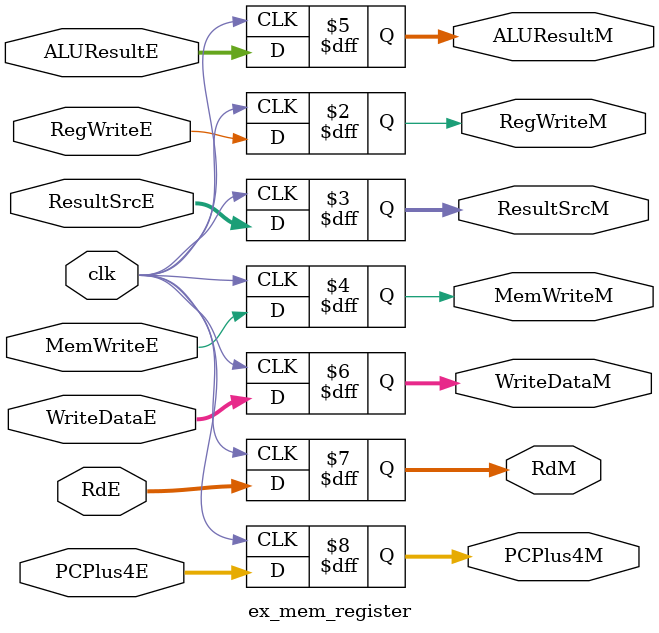
<source format=v>
`timescale 1ns / 1ps

module ex_mem_register (
    input clk,
    input        RegWriteE,
    input [1:0]  ResultSrcE,
    input        MemWriteE,
    input [31:0] ALUResultE,
    input [31:0] WriteDataE,  
    input [4:0]  RdE,
    input [31:0] PCPlus4E,
    output reg       RegWriteM,
    output reg [1:0] ResultSrcM,
    output reg       MemWriteM,
    output reg [31:0] ALUResultM,
    output reg [31:0] WriteDataM,
    output reg [4:0]  RdM,
    output reg [31:0] PCPlus4M
);

    always @(posedge clk) begin
        RegWriteM   <= RegWriteE;
        ResultSrcM  <= ResultSrcE;
        MemWriteM   <= MemWriteE;
        ALUResultM  <= ALUResultE;
        WriteDataM  <= WriteDataE;
        RdM         <= RdE;
        PCPlus4M    <= PCPlus4E;
    end

endmodule

</source>
